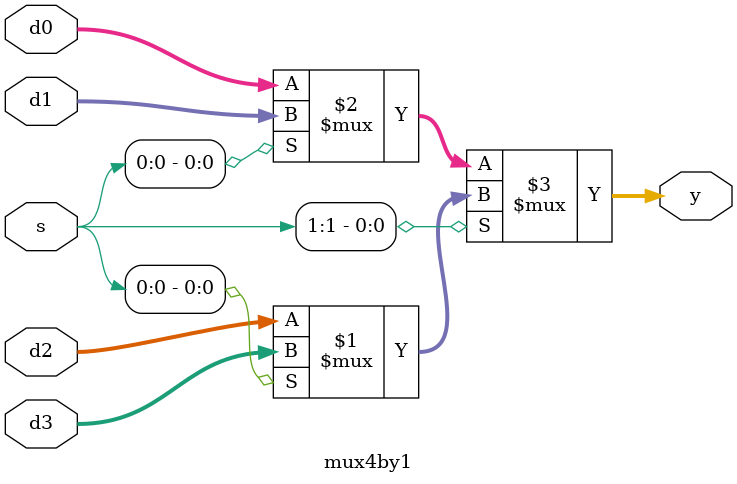
<source format=v>
 module mux4by1 #(parameter WIDTH = 8)
                 (input [WIDTH-1:0] d0, d1, d2, d3,
                  input [1:0]s,
                  output [WIDTH-1:0] y);
     assign y = s[1] ? (s[0] ? d3 : d2 ) : (s[0] ? d1 : d0);
 endmodule
</source>
